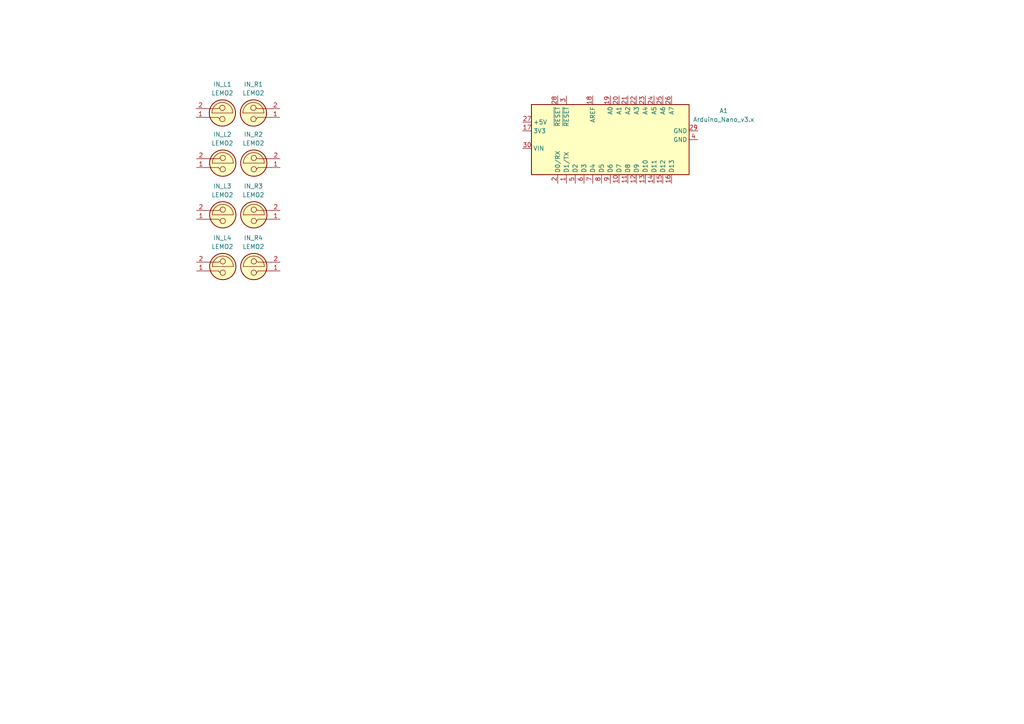
<source format=kicad_sch>
(kicad_sch (version 20211123) (generator eeschema)
  (paper "A4")
  (lib_symbols
    (symbol "Connector:LEMO2" (pin_names (offset 1.016) hide)
      (property "Reference" "J" (at 0 6.35 0))
      (property "Value" "LEMO2" (at 0 -3.81 0))
      (symbol "LEMO2_0_1"
        (arc (start -3.048 1.27) (mid -2.1553 -0.8853) (end 0 -1.778))
        (arc (start 0 -1.778) (mid 2.1553 -0.8853) (end 3.048 1.27))
        (circle (center 0 -0.2286) (radius 0.762))
        (polyline (pts (xy -5.08 0) (xy -1.27 0)))
        (polyline (pts (xy -5.08 2.54) (xy -1.27 2.54)))
        (polyline (pts (xy -3.048 1.27) (xy 3.048 1.27)))
        (polyline (pts (xy -1.27 2.54) (xy -0.762 3.048)))
        (polyline (pts (xy -0.762 -0.2286) (xy -1.27 0)))
        (circle (center 0 1.27) (radius 3.81) (stroke (width 0.254)) (fill (type background)))
        (circle (center 0 3.048) (radius 0.762))
      )
      (symbol "LEMO2_1_1"
        (pin passive line (at -7.62 2.54 0) (length 2.54) (name "~") (number "1"))
        (pin passive line (at -7.62 0 0) (length 2.54) (name "~") (number "2"))
      )
    )
    (symbol "MCU_Module:Arduino_Nano_v3.x"
      (property "Reference" "A" (at -10.16 23.495 0))
      (property "Value" "Arduino_Nano_v3.x" (at 5.08 -24.13 0))
      (symbol "Arduino_Nano_v3.x_0_1"
        (rectangle (start -10.16 22.86) (end 10.16 -22.86) (stroke (width 0.254)) (fill (type background)))
      )
      (symbol "Arduino_Nano_v3.x_1_1"
        (pin bidirectional line (at -12.7 12.7 0) (length 2.54) (name "D1/TX") (number "1"))
        (pin bidirectional line (at -12.7 -2.54 0) (length 2.54) (name "D7") (number "10"))
        (pin bidirectional line (at -12.7 -5.08 0) (length 2.54) (name "D8") (number "11"))
        (pin bidirectional line (at -12.7 -7.62 0) (length 2.54) (name "D9") (number "12"))
        (pin bidirectional line (at -12.7 -10.16 0) (length 2.54) (name "D10") (number "13"))
        (pin bidirectional line (at -12.7 -12.7 0) (length 2.54) (name "D11") (number "14"))
        (pin bidirectional line (at -12.7 -15.24 0) (length 2.54) (name "D12") (number "15"))
        (pin bidirectional line (at -12.7 -17.78 0) (length 2.54) (name "D13") (number "16"))
        (pin power_out line (at 2.54 25.4 270) (length 2.54) (name "3V3") (number "17"))
        (pin input line (at 12.7 5.08 180) (length 2.54) (name "AREF") (number "18"))
        (pin bidirectional line (at 12.7 0 180) (length 2.54) (name "A0") (number "19"))
        (pin bidirectional line (at -12.7 15.24 0) (length 2.54) (name "D0/RX") (number "2"))
        (pin bidirectional line (at 12.7 -2.54 180) (length 2.54) (name "A1") (number "20"))
        (pin bidirectional line (at 12.7 -5.08 180) (length 2.54) (name "A2") (number "21"))
        (pin bidirectional line (at 12.7 -7.62 180) (length 2.54) (name "A3") (number "22"))
        (pin bidirectional line (at 12.7 -10.16 180) (length 2.54) (name "A4") (number "23"))
        (pin bidirectional line (at 12.7 -12.7 180) (length 2.54) (name "A5") (number "24"))
        (pin bidirectional line (at 12.7 -15.24 180) (length 2.54) (name "A6") (number "25"))
        (pin bidirectional line (at 12.7 -17.78 180) (length 2.54) (name "A7") (number "26"))
        (pin power_out line (at 5.08 25.4 270) (length 2.54) (name "+5V") (number "27"))
        (pin input line (at 12.7 15.24 180) (length 2.54) (name "~{RESET}") (number "28"))
        (pin power_in line (at 2.54 -25.4 90) (length 2.54) (name "GND") (number "29"))
        (pin input line (at 12.7 12.7 180) (length 2.54) (name "~{RESET}") (number "3"))
        (pin power_in line (at -2.54 25.4 270) (length 2.54) (name "VIN") (number "30"))
        (pin power_in line (at 0 -25.4 90) (length 2.54) (name "GND") (number "4"))
        (pin bidirectional line (at -12.7 10.16 0) (length 2.54) (name "D2") (number "5"))
        (pin bidirectional line (at -12.7 7.62 0) (length 2.54) (name "D3") (number "6"))
        (pin bidirectional line (at -12.7 5.08 0) (length 2.54) (name "D4") (number "7"))
        (pin bidirectional line (at -12.7 2.54 0) (length 2.54) (name "D5") (number "8"))
        (pin bidirectional line (at -12.7 0 0) (length 2.54) (name "D6") (number "9"))
      )
    )
  )
  (symbol (lib_id "Connector:LEMO2") (at 73.5 31.5 180) (unit 1)
    (property "Reference" "IN_R1" (at 73.5 24.46 0))
    (property "Value" "LEMO2" (at 73.5 27 0))
    (property "Datasheet" " ~" (effects hide))
  )
  (symbol (lib_id "Connector:LEMO2") (at 73.62 76.04 180) (unit 1)
    (property "Reference" "IN_R4" (at 73.5 69 0))
    (property "Value" "LEMO2" (at 73.5 71.54 0))
    (property "Datasheet" " ~" (effects hide))
  )
  (symbol (lib_id "MCU_Module:Arduino_Nano_v3.x") (at 177 40.5 90) (unit 1)
    (property "Reference" "A1" (at 209.893 32.1305 90))
    (property "Value" "Arduino_Nano_v3.x" (at 209.893 34.6705 90))
    (property "Footprint" "Module:Arduino_Nano" (effects hide))
    (property "Datasheet" "http://www.mouser.com/pdfdocs/Gravitech_Arduino_Nano3_0.pdf" (effects hide))
  )
  (symbol (lib_id "Connector:LEMO2") (at 64.62 61.04 0) (mirror x) (unit 1)
    (property "Reference" "IN_L3" (at 64.5 54 0))
    (property "Value" "LEMO2" (at 64.5 56.54 0))
    (property "Datasheet" " ~" (effects hide))
  )
  (symbol (lib_id "Connector:LEMO2") (at 64.62 76.04 0) (mirror x) (unit 1)
    (property "Reference" "IN_L4" (at 64.5 69 0))
    (property "Value" "LEMO2" (at 64.5 71.54 0))
    (property "Datasheet" " ~" (effects hide))
  )
  (symbol (lib_id "Connector:LEMO2") (at 64.62 46.04 0) (mirror x) (unit 1)
    (property "Reference" "IN_L2" (at 64.5 39 0))
    (property "Value" "LEMO2" (at 64.5 41.54 0))
    (property "Datasheet" " ~" (effects hide))
  )
  (symbol (lib_id "Connector:LEMO2") (at 64.5 31.5 0) (mirror x) (unit 1)
    (property "Reference" "IN_L1" (at 64.5 24.46 0))
    (property "Value" "LEMO2" (at 64.5 27 0))
    (property "Datasheet" " ~" (effects hide))
  )
  (symbol (lib_id "Connector:LEMO2") (at 73.62 46.04 180) (unit 1)
    (property "Reference" "IN_R2" (at 73.5 39 0))
    (property "Value" "LEMO2" (at 73.5 41.54 0))
    (property "Datasheet" " ~" (effects hide))
  )
  (symbol (lib_id "Connector:LEMO2") (at 73.62 61.04 180) (unit 1)
    (property "Reference" "IN_R3" (at 73.5 54 0))
    (property "Value" "LEMO2" (at 73.5 56.54 0))
    (property "Datasheet" " ~" (effects hide))
  )
)
</source>
